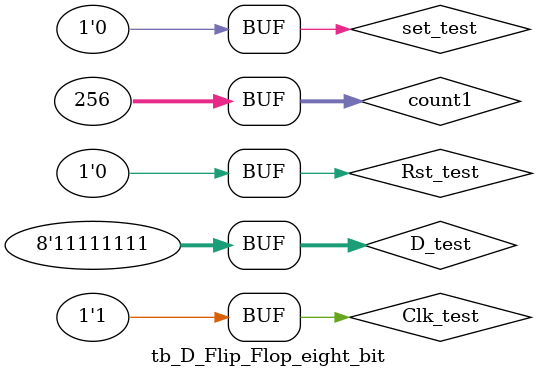
<source format=v>
module tb_D_Flip_Flop_eight_bit();

reg [7:0] D_test;
reg Rst_test,Clk_test,set_test;
wire [7:0] Q_test;

integer count1;



D_Flip_Flop_eight_bit port_map(
.D(D_test),
.Rst(Rst_test),
.Clk(Clk_test),
.set(set_test),
.Q(Q_test)

);


initial begin
D_test = 8'b0;
Rst_test = 0;
Clk_test = 0;
set_test = 0;
#5;
set_test = 1;
#5;
set_test = 0;
#5;
Rst_test = 1;
#5;
Rst_test = 0;
#5;
end

always begin 

	for(count1 = 0; count1  < 256; count1 = count1 + 1) begin
		D_test = count1;
		Clk_test = 0;
		#5;
		Clk_test = 1;
		#5;
	end

end

endmodule
</source>
